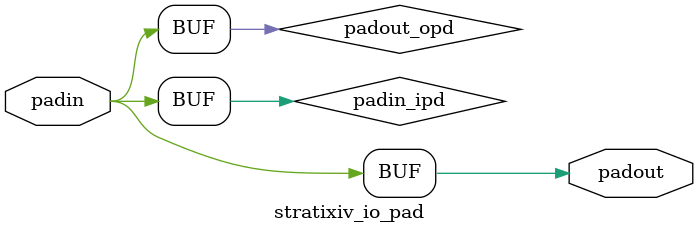
<source format=v>
module stratixiv_io_pad ( 
		      padin, 
                      padout
	            );
parameter lpm_type = "stratixiv_io_pad";
input padin; 
output padout;
wire padin_ipd;
wire padout_opd;
buf padin_buf  (padin_ipd,padin);
assign padout_opd = padin_ipd;
buf padout_buf (padout, padout_opd);
endmodule
</source>
